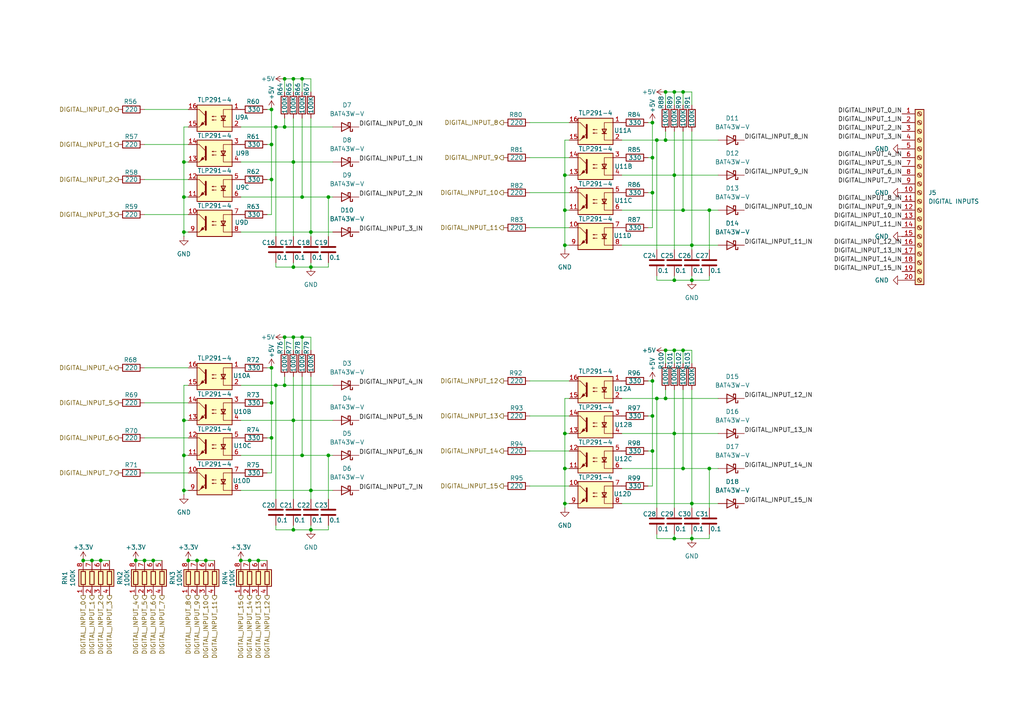
<source format=kicad_sch>
(kicad_sch (version 20231120) (generator "eeschema") (generator_version "8.0")
  (paper "A4")
  (junction (at 74.93 162.56))
  (junction (at 59.69 162.56))
  (junction (at 189.23 110.49))
  (junction (at 90.17 77.47))
  (junction (at 190.5 40.64))
  (junction (at 163.83 50.8))
  (junction (at 205.74 60.96))
  (junction (at 78.74 31.75))
  (junction (at 80.01 36.83))
  (junction (at 195.58 156.21))
  (junction (at 82.55 111.76))
  (junction (at 163.83 135.89))
  (junction (at 85.09 97.79))
  (junction (at 85.09 22.86))
  (junction (at 87.63 57.15))
  (junction (at 57.15 162.56))
  (junction (at 87.63 132.08))
  (junction (at 85.09 77.47))
  (junction (at 29.21 162.56))
  (junction (at 200.66 81.28))
  (junction (at 26.67 162.56))
  (junction (at 193.04 115.57))
  (junction (at 90.17 67.31))
  (junction (at 53.34 121.92))
  (junction (at 85.09 121.92))
  (junction (at 82.55 22.86))
  (junction (at 205.74 135.89))
  (junction (at 54.61 162.56))
  (junction (at 193.04 26.67))
  (junction (at 53.34 46.99))
  (junction (at 195.58 26.67))
  (junction (at 95.25 132.08))
  (junction (at 163.83 60.96))
  (junction (at 80.01 111.76))
  (junction (at 78.74 41.91))
  (junction (at 72.39 162.56))
  (junction (at 78.74 127))
  (junction (at 195.58 125.73))
  (junction (at 189.23 120.65))
  (junction (at 69.85 162.56))
  (junction (at 193.04 40.64))
  (junction (at 195.58 81.28))
  (junction (at 44.45 162.56))
  (junction (at 85.09 153.67))
  (junction (at 193.04 101.6))
  (junction (at 163.83 146.05))
  (junction (at 163.83 125.73))
  (junction (at 78.74 52.07))
  (junction (at 85.09 46.99))
  (junction (at 195.58 101.6))
  (junction (at 200.66 156.21))
  (junction (at 53.34 132.08))
  (junction (at 200.66 146.05))
  (junction (at 195.58 50.8))
  (junction (at 163.83 71.12))
  (junction (at 82.55 97.79))
  (junction (at 82.55 36.83))
  (junction (at 189.23 35.56))
  (junction (at 198.12 101.6))
  (junction (at 87.63 22.86))
  (junction (at 78.74 106.68))
  (junction (at 190.5 115.57))
  (junction (at 90.17 153.67))
  (junction (at 189.23 130.81))
  (junction (at 95.25 57.15))
  (junction (at 87.63 97.79))
  (junction (at 90.17 142.24))
  (junction (at 198.12 60.96))
  (junction (at 53.34 142.24))
  (junction (at 189.23 55.88))
  (junction (at 41.91 162.56))
  (junction (at 198.12 26.67))
  (junction (at 53.34 57.15))
  (junction (at 189.23 45.72))
  (junction (at 53.34 67.31))
  (junction (at 24.13 162.56))
  (junction (at 198.12 135.89))
  (junction (at 200.66 71.12))
  (junction (at 78.74 116.84))
  (junction (at 39.37 162.56))
  (wire (pts (xy 69.85 132.08) (xy 87.63 132.08)))
  (wire (pts (xy 82.55 36.83) (xy 96.52 36.83)))
  (wire (pts (xy 53.34 46.99) (xy 54.61 46.99)))
  (wire (pts (xy 163.83 146.05) (xy 163.83 147.32)))
  (wire (pts (xy 53.34 132.08) (xy 53.34 142.24)))
  (wire (pts (xy 26.67 162.56) (xy 29.21 162.56)))
  (wire (pts (xy 69.85 57.15) (xy 87.63 57.15)))
  (wire (pts (xy 87.63 22.86) (xy 87.63 26.67)))
  (wire (pts (xy 59.69 162.56) (xy 62.23 162.56)))
  (wire (pts (xy 165.1 146.05) (xy 163.83 146.05)))
  (wire (pts (xy 41.91 137.16) (xy 54.61 137.16)))
  (wire (pts (xy 190.5 115.57) (xy 193.04 115.57)))
  (wire (pts (xy 78.74 127) (xy 78.74 116.84)))
  (wire (pts (xy 195.58 81.28) (xy 200.66 81.28)))
  (wire (pts (xy 195.58 101.6) (xy 195.58 105.41)))
  (wire (pts (xy 69.85 121.92) (xy 85.09 121.92)))
  (wire (pts (xy 90.17 142.24) (xy 90.17 109.22)))
  (wire (pts (xy 77.47 52.07) (xy 78.74 52.07)))
  (wire (pts (xy 77.47 127) (xy 78.74 127)))
  (wire (pts (xy 153.67 140.97) (xy 165.1 140.97)))
  (wire (pts (xy 85.09 46.99) (xy 96.52 46.99)))
  (wire (pts (xy 80.01 111.76) (xy 80.01 144.78)))
  (wire (pts (xy 190.5 80.01) (xy 190.5 81.28)))
  (wire (pts (xy 77.47 62.23) (xy 78.74 62.23)))
  (wire (pts (xy 193.04 40.64) (xy 208.28 40.64)))
  (wire (pts (xy 53.34 142.24) (xy 53.34 143.51)))
  (wire (pts (xy 163.83 50.8) (xy 165.1 50.8)))
  (wire (pts (xy 205.74 60.96) (xy 205.74 72.39)))
  (wire (pts (xy 153.67 45.72) (xy 165.1 45.72)))
  (wire (pts (xy 82.55 101.6) (xy 82.55 97.79)))
  (wire (pts (xy 163.83 135.89) (xy 163.83 146.05)))
  (wire (pts (xy 187.96 140.97) (xy 189.23 140.97)))
  (wire (pts (xy 153.67 120.65) (xy 165.1 120.65)))
  (wire (pts (xy 200.66 71.12) (xy 200.66 38.1)))
  (wire (pts (xy 180.34 115.57) (xy 190.5 115.57)))
  (wire (pts (xy 195.58 50.8) (xy 195.58 38.1)))
  (wire (pts (xy 180.34 40.64) (xy 190.5 40.64)))
  (wire (pts (xy 163.83 125.73) (xy 165.1 125.73)))
  (wire (pts (xy 57.15 162.56) (xy 59.69 162.56)))
  (wire (pts (xy 69.85 142.24) (xy 90.17 142.24)))
  (wire (pts (xy 193.04 115.57) (xy 208.28 115.57)))
  (wire (pts (xy 53.34 121.92) (xy 53.34 132.08)))
  (wire (pts (xy 153.67 66.04) (xy 165.1 66.04)))
  (wire (pts (xy 180.34 125.73) (xy 195.58 125.73)))
  (wire (pts (xy 74.93 162.56) (xy 77.47 162.56)))
  (wire (pts (xy 85.09 121.92) (xy 96.52 121.92)))
  (wire (pts (xy 193.04 101.6) (xy 195.58 101.6)))
  (wire (pts (xy 153.67 35.56) (xy 165.1 35.56)))
  (wire (pts (xy 193.04 115.57) (xy 193.04 113.03)))
  (wire (pts (xy 95.25 57.15) (xy 96.52 57.15)))
  (wire (pts (xy 54.61 162.56) (xy 57.15 162.56)))
  (wire (pts (xy 53.34 57.15) (xy 53.34 67.31)))
  (wire (pts (xy 87.63 132.08) (xy 95.25 132.08)))
  (wire (pts (xy 77.47 106.68) (xy 78.74 106.68)))
  (wire (pts (xy 195.58 125.73) (xy 195.58 147.32)))
  (wire (pts (xy 69.85 67.31) (xy 90.17 67.31)))
  (wire (pts (xy 190.5 115.57) (xy 190.5 147.32)))
  (wire (pts (xy 187.96 45.72) (xy 189.23 45.72)))
  (wire (pts (xy 198.12 26.67) (xy 200.66 26.67)))
  (wire (pts (xy 54.61 111.76) (xy 53.34 111.76)))
  (wire (pts (xy 190.5 40.64) (xy 193.04 40.64)))
  (wire (pts (xy 198.12 135.89) (xy 198.12 113.03)))
  (wire (pts (xy 195.58 156.21) (xy 200.66 156.21)))
  (wire (pts (xy 189.23 45.72) (xy 189.23 35.56)))
  (wire (pts (xy 85.09 46.99) (xy 85.09 68.58)))
  (wire (pts (xy 90.17 76.2) (xy 90.17 77.47)))
  (wire (pts (xy 189.23 66.04) (xy 189.23 55.88)))
  (wire (pts (xy 189.23 120.65) (xy 189.23 110.49)))
  (wire (pts (xy 87.63 97.79) (xy 90.17 97.79)))
  (wire (pts (xy 163.83 40.64) (xy 163.83 50.8)))
  (wire (pts (xy 90.17 152.4) (xy 90.17 153.67)))
  (wire (pts (xy 180.34 71.12) (xy 200.66 71.12)))
  (wire (pts (xy 189.23 130.81) (xy 189.23 120.65)))
  (wire (pts (xy 80.01 111.76) (xy 82.55 111.76)))
  (wire (pts (xy 198.12 60.96) (xy 205.74 60.96)))
  (wire (pts (xy 90.17 142.24) (xy 90.17 144.78)))
  (wire (pts (xy 205.74 81.28) (xy 205.74 80.01)))
  (wire (pts (xy 41.91 52.07) (xy 54.61 52.07)))
  (wire (pts (xy 190.5 40.64) (xy 190.5 72.39)))
  (wire (pts (xy 54.61 142.24) (xy 53.34 142.24)))
  (wire (pts (xy 69.85 36.83) (xy 80.01 36.83)))
  (wire (pts (xy 90.17 77.47) (xy 95.25 77.47)))
  (wire (pts (xy 53.34 121.92) (xy 54.61 121.92)))
  (wire (pts (xy 53.34 132.08) (xy 54.61 132.08)))
  (wire (pts (xy 41.91 62.23) (xy 54.61 62.23)))
  (wire (pts (xy 53.34 57.15) (xy 54.61 57.15)))
  (wire (pts (xy 198.12 135.89) (xy 205.74 135.89)))
  (wire (pts (xy 195.58 125.73) (xy 208.28 125.73)))
  (wire (pts (xy 85.09 46.99) (xy 85.09 34.29)))
  (wire (pts (xy 41.91 116.84) (xy 54.61 116.84)))
  (wire (pts (xy 87.63 57.15) (xy 87.63 34.29)))
  (wire (pts (xy 195.58 80.01) (xy 195.58 81.28)))
  (wire (pts (xy 205.74 60.96) (xy 208.28 60.96)))
  (wire (pts (xy 190.5 154.94) (xy 190.5 156.21)))
  (wire (pts (xy 82.55 111.76) (xy 96.52 111.76)))
  (wire (pts (xy 53.34 36.83) (xy 53.34 46.99)))
  (wire (pts (xy 90.17 22.86) (xy 90.17 26.67)))
  (wire (pts (xy 165.1 71.12) (xy 163.83 71.12)))
  (wire (pts (xy 200.66 101.6) (xy 200.66 105.41)))
  (wire (pts (xy 41.91 106.68) (xy 54.61 106.68)))
  (wire (pts (xy 85.09 76.2) (xy 85.09 77.47)))
  (wire (pts (xy 195.58 26.67) (xy 198.12 26.67)))
  (wire (pts (xy 90.17 67.31) (xy 90.17 68.58)))
  (wire (pts (xy 78.74 52.07) (xy 78.74 41.91)))
  (wire (pts (xy 187.96 55.88) (xy 189.23 55.88)))
  (wire (pts (xy 85.09 121.92) (xy 85.09 109.22)))
  (wire (pts (xy 200.66 26.67) (xy 200.66 30.48)))
  (wire (pts (xy 180.34 60.96) (xy 198.12 60.96)))
  (wire (pts (xy 80.01 152.4) (xy 80.01 153.67)))
  (wire (pts (xy 85.09 77.47) (xy 90.17 77.47)))
  (wire (pts (xy 69.85 111.76) (xy 80.01 111.76)))
  (wire (pts (xy 193.04 40.64) (xy 193.04 38.1)))
  (wire (pts (xy 69.85 162.56) (xy 72.39 162.56)))
  (wire (pts (xy 90.17 142.24) (xy 96.52 142.24)))
  (wire (pts (xy 180.34 135.89) (xy 198.12 135.89)))
  (wire (pts (xy 190.5 156.21) (xy 195.58 156.21)))
  (wire (pts (xy 53.34 46.99) (xy 53.34 57.15)))
  (wire (pts (xy 198.12 60.96) (xy 198.12 38.1)))
  (wire (pts (xy 200.66 146.05) (xy 208.28 146.05)))
  (wire (pts (xy 82.55 111.76) (xy 82.55 109.22)))
  (wire (pts (xy 80.01 36.83) (xy 82.55 36.83)))
  (wire (pts (xy 53.34 67.31) (xy 53.34 68.58)))
  (wire (pts (xy 85.09 153.67) (xy 90.17 153.67)))
  (wire (pts (xy 163.83 135.89) (xy 165.1 135.89)))
  (wire (pts (xy 82.55 26.67) (xy 82.55 22.86)))
  (wire (pts (xy 189.23 55.88) (xy 189.23 45.72)))
  (wire (pts (xy 200.66 71.12) (xy 208.28 71.12)))
  (wire (pts (xy 163.83 115.57) (xy 163.83 125.73)))
  (wire (pts (xy 87.63 57.15) (xy 95.25 57.15)))
  (wire (pts (xy 165.1 40.64) (xy 163.83 40.64)))
  (wire (pts (xy 195.58 50.8) (xy 208.28 50.8)))
  (wire (pts (xy 82.55 36.83) (xy 82.55 34.29)))
  (wire (pts (xy 85.09 152.4) (xy 85.09 153.67)))
  (wire (pts (xy 85.09 97.79) (xy 85.09 101.6)))
  (wire (pts (xy 187.96 130.81) (xy 189.23 130.81)))
  (wire (pts (xy 41.91 41.91) (xy 54.61 41.91)))
  (wire (pts (xy 24.13 162.56) (xy 26.67 162.56)))
  (wire (pts (xy 41.91 31.75) (xy 54.61 31.75)))
  (wire (pts (xy 95.25 132.08) (xy 95.25 144.78)))
  (wire (pts (xy 193.04 30.48) (xy 193.04 26.67)))
  (wire (pts (xy 80.01 36.83) (xy 80.01 68.58)))
  (wire (pts (xy 29.21 162.56) (xy 31.75 162.56)))
  (wire (pts (xy 69.85 46.99) (xy 85.09 46.99)))
  (wire (pts (xy 87.63 132.08) (xy 87.63 109.22)))
  (wire (pts (xy 189.23 140.97) (xy 189.23 130.81)))
  (wire (pts (xy 187.96 110.49) (xy 189.23 110.49)))
  (wire (pts (xy 200.66 154.94) (xy 200.66 156.21)))
  (wire (pts (xy 180.34 146.05) (xy 200.66 146.05)))
  (wire (pts (xy 95.25 57.15) (xy 95.25 68.58)))
  (wire (pts (xy 54.61 67.31) (xy 53.34 67.31)))
  (wire (pts (xy 200.66 146.05) (xy 200.66 147.32)))
  (wire (pts (xy 195.58 101.6) (xy 198.12 101.6)))
  (wire (pts (xy 163.83 125.73) (xy 163.83 135.89)))
  (wire (pts (xy 39.37 162.56) (xy 41.91 162.56)))
  (wire (pts (xy 85.09 22.86) (xy 87.63 22.86)))
  (wire (pts (xy 95.25 77.47) (xy 95.25 76.2)))
  (wire (pts (xy 187.96 120.65) (xy 189.23 120.65)))
  (wire (pts (xy 195.58 125.73) (xy 195.58 113.03)))
  (wire (pts (xy 153.67 110.49) (xy 165.1 110.49)))
  (wire (pts (xy 198.12 101.6) (xy 200.66 101.6)))
  (wire (pts (xy 205.74 156.21) (xy 205.74 154.94)))
  (wire (pts (xy 180.34 50.8) (xy 195.58 50.8)))
  (wire (pts (xy 195.58 50.8) (xy 195.58 72.39)))
  (wire (pts (xy 80.01 76.2) (xy 80.01 77.47)))
  (wire (pts (xy 195.58 154.94) (xy 195.58 156.21)))
  (wire (pts (xy 77.47 116.84) (xy 78.74 116.84)))
  (wire (pts (xy 41.91 162.56) (xy 44.45 162.56)))
  (wire (pts (xy 90.17 67.31) (xy 96.52 67.31)))
  (wire (pts (xy 80.01 153.67) (xy 85.09 153.67)))
  (wire (pts (xy 87.63 22.86) (xy 90.17 22.86)))
  (wire (pts (xy 80.01 77.47) (xy 85.09 77.47)))
  (wire (pts (xy 163.83 50.8) (xy 163.83 60.96)))
  (wire (pts (xy 90.17 67.31) (xy 90.17 34.29)))
  (wire (pts (xy 200.66 146.05) (xy 200.66 113.03)))
  (wire (pts (xy 54.61 36.83) (xy 53.34 36.83)))
  (wire (pts (xy 78.74 116.84) (xy 78.74 106.68)))
  (wire (pts (xy 190.5 81.28) (xy 195.58 81.28)))
  (wire (pts (xy 163.83 71.12) (xy 163.83 72.39)))
  (wire (pts (xy 90.17 97.79) (xy 90.17 101.6)))
  (wire (pts (xy 85.09 97.79) (xy 87.63 97.79)))
  (wire (pts (xy 41.91 127) (xy 54.61 127)))
  (wire (pts (xy 90.17 153.67) (xy 95.25 153.67)))
  (wire (pts (xy 53.34 111.76) (xy 53.34 121.92)))
  (wire (pts (xy 163.83 60.96) (xy 165.1 60.96)))
  (wire (pts (xy 205.74 135.89) (xy 208.28 135.89)))
  (wire (pts (xy 153.67 130.81) (xy 165.1 130.81)))
  (wire (pts (xy 195.58 26.67) (xy 195.58 30.48)))
  (wire (pts (xy 77.47 41.91) (xy 78.74 41.91)))
  (wire (pts (xy 200.66 80.01) (xy 200.66 81.28)))
  (wire (pts (xy 78.74 41.91) (xy 78.74 31.75)))
  (wire (pts (xy 87.63 97.79) (xy 87.63 101.6)))
  (wire (pts (xy 200.66 156.21) (xy 205.74 156.21)))
  (wire (pts (xy 95.25 132.08) (xy 96.52 132.08)))
  (wire (pts (xy 205.74 135.89) (xy 205.74 147.32)))
  (wire (pts (xy 82.55 22.86) (xy 85.09 22.86)))
  (wire (pts (xy 165.1 115.57) (xy 163.83 115.57)))
  (wire (pts (xy 44.45 162.56) (xy 46.99 162.56)))
  (wire (pts (xy 95.25 153.67) (xy 95.25 152.4)))
  (wire (pts (xy 200.66 81.28) (xy 205.74 81.28)))
  (wire (pts (xy 78.74 137.16) (xy 78.74 127)))
  (wire (pts (xy 153.67 55.88) (xy 165.1 55.88)))
  (wire (pts (xy 198.12 101.6) (xy 198.12 105.41)))
  (wire (pts (xy 77.47 137.16) (xy 78.74 137.16)))
  (wire (pts (xy 82.55 97.79) (xy 85.09 97.79)))
  (wire (pts (xy 85.09 121.92) (xy 85.09 144.78)))
  (wire (pts (xy 72.39 162.56) (xy 74.93 162.56)))
  (wire (pts (xy 193.04 105.41) (xy 193.04 101.6)))
  (wire (pts (xy 198.12 26.67) (xy 198.12 30.48)))
  (wire (pts (xy 78.74 62.23) (xy 78.74 52.07)))
  (wire (pts (xy 200.66 71.12) (xy 200.66 72.39)))
  (wire (pts (xy 77.47 31.75) (xy 78.74 31.75)))
  (wire (pts (xy 163.83 60.96) (xy 163.83 71.12)))
  (wire (pts (xy 187.96 66.04) (xy 189.23 66.04)))
  (wire (pts (xy 187.96 35.56) (xy 189.23 35.56)))
  (wire (pts (xy 193.04 26.67) (xy 195.58 26.67)))
  (wire (pts (xy 85.09 22.86) (xy 85.09 26.67)))
  (label "DIGITAL_INPUT_8_IN" (at 261.62 58.42 180))
  (label "DIGITAL_INPUT_1_IN" (at 261.62 35.56 180))
  (label "DIGITAL_INPUT_7_IN" (at 104.14 142.24 0))
  (label "DIGITAL_INPUT_10_IN" (at 261.62 63.5 180))
  (label "DIGITAL_INPUT_4_IN" (at 261.62 45.72 180))
  (label "DIGITAL_INPUT_14_IN" (at 261.62 76.2 180))
  (label "DIGITAL_INPUT_2_IN" (at 261.62 38.1 180))
  (label "DIGITAL_INPUT_15_IN" (at 261.62 78.74 180))
  (label "DIGITAL_INPUT_3_IN" (at 261.62 40.64 180))
  (label "DIGITAL_INPUT_8_IN" (at 215.9 40.64 0))
  (label "DIGITAL_INPUT_5_IN" (at 104.14 121.92 0))
  (label "DIGITAL_INPUT_2_IN" (at 104.14 57.15 0))
  (label "DIGITAL_INPUT_4_IN" (at 104.14 111.76 0))
  (label "DIGITAL_INPUT_0_IN" (at 261.62 33.02 180))
  (label "DIGITAL_INPUT_14_IN" (at 215.9 135.89 0))
  (label "DIGITAL_INPUT_7_IN" (at 261.62 53.34 180))
  (label "DIGITAL_INPUT_1_IN" (at 104.14 46.99 0))
  (label "DIGITAL_INPUT_13_IN" (at 261.62 73.66 180))
  (label "DIGITAL_INPUT_9_IN" (at 215.9 50.8 0))
  (label "DIGITAL_INPUT_11_IN" (at 261.62 66.04 180))
  (label "DIGITAL_INPUT_11_IN" (at 215.9 71.12 0))
  (label "DIGITAL_INPUT_6_IN" (at 104.14 132.08 0))
  (label "DIGITAL_INPUT_12_IN" (at 261.62 71.12 180))
  (label "DIGITAL_INPUT_6_IN" (at 261.62 50.8 180))
  (label "DIGITAL_INPUT_0_IN" (at 104.14 36.83 0))
  (label "DIGITAL_INPUT_12_IN" (at 215.9 115.57 0))
  (label "DIGITAL_INPUT_15_IN" (at 215.9 146.05 0))
  (label "DIGITAL_INPUT_9_IN" (at 261.62 60.96 180))
  (label "DIGITAL_INPUT_13_IN" (at 215.9 125.73 0))
  (label "DIGITAL_INPUT_3_IN" (at 104.14 67.31 0))
  (label "DIGITAL_INPUT_10_IN" (at 215.9 60.96 0))
  (label "DIGITAL_INPUT_5_IN" (at 261.62 48.26 180))
  (hierarchical_label "DIGITAL_INPUT_9" (shape output) (at 146.05 45.72 180))
  (hierarchical_label "DIGITAL_INPUT_8" (shape output) (at 54.61 172.72 270))
  (hierarchical_label "DIGITAL_INPUT_3" (shape output) (at 31.75 172.72 270))
  (hierarchical_label "DIGITAL_INPUT_10" (shape output) (at 146.05 55.88 180))
  (hierarchical_label "DIGITAL_INPUT_11" (shape output) (at 62.23 172.72 270))
  (hierarchical_label "DIGITAL_INPUT_14" (shape output) (at 146.05 130.81 180))
  (hierarchical_label "DIGITAL_INPUT_13" (shape output) (at 74.93 172.72 270))
  (hierarchical_label "DIGITAL_INPUT_6" (shape output) (at 34.29 127 180))
  (hierarchical_label "DIGITAL_INPUT_7" (shape output) (at 34.29 137.16 180))
  (hierarchical_label "DIGITAL_INPUT_5" (shape output) (at 41.91 172.72 270))
  (hierarchical_label "DIGITAL_INPUT_5" (shape output) (at 34.29 116.84 180))
  (hierarchical_label "DIGITAL_INPUT_15" (shape output) (at 69.85 172.72 270))
  (hierarchical_label "DIGITAL_INPUT_3" (shape output) (at 34.29 62.23 180))
  (hierarchical_label "DIGITAL_INPUT_9" (shape output) (at 57.15 172.72 270))
  (hierarchical_label "DIGITAL_INPUT_1" (shape output) (at 34.29 41.91 180))
  (hierarchical_label "DIGITAL_INPUT_7" (shape output) (at 46.99 172.72 270))
  (hierarchical_label "DIGITAL_INPUT_2" (shape output) (at 29.21 172.72 270))
  (hierarchical_label "DIGITAL_INPUT_0" (shape output) (at 24.13 172.72 270))
  (hierarchical_label "DIGITAL_INPUT_4" (shape output) (at 34.29 106.68 180))
  (hierarchical_label "DIGITAL_INPUT_14" (shape output) (at 72.39 172.72 270))
  (hierarchical_label "DIGITAL_INPUT_13" (shape output) (at 146.05 120.65 180))
  (hierarchical_label "DIGITAL_INPUT_11" (shape output) (at 146.05 66.04 180))
  (hierarchical_label "DIGITAL_INPUT_1" (shape output) (at 26.67 172.72 270))
  (hierarchical_label "DIGITAL_INPUT_15" (shape output) (at 146.05 140.97 180))
  (hierarchical_label "DIGITAL_INPUT_12" (shape output) (at 146.05 110.49 180))
  (hierarchical_label "DIGITAL_INPUT_12" (shape output) (at 77.47 172.72 270))
  (hierarchical_label "DIGITAL_INPUT_8" (shape output) (at 146.05 35.56 180))
  (hierarchical_label "DIGITAL_INPUT_10" (shape output) (at 59.69 172.72 270))
  (hierarchical_label "DIGITAL_INPUT_6" (shape output) (at 44.45 172.72 270))
  (hierarchical_label "DIGITAL_INPUT_4" (shape output) (at 39.37 172.72 270))
  (hierarchical_label "DIGITAL_INPUT_2" (shape output) (at 34.29 52.07 180))
  (hierarchical_label "DIGITAL_INPUT_0" (shape output) (at 34.29 31.75 180))
  (symbol (lib_id "Diode:BAT43W-V") (at 212.09 135.89 180) (unit 1)
    (property "Reference" "D17" (at 212.4075 129.54 0))
    (property "Value" "BAT43W-V" (at 212.4075 132.08 0))
    (property "Footprint" "Diode_SMD:D_SOD-323" (effects (hide yes)))
    (property "Datasheet" "http://www.vishay.com/docs/85660/bat42.pdf" (effects (hide yes)))
    (property "Description" "30V 0.2A Small Signal Schottky diode, SOD-123" (effects (hide yes)))
  )
  (symbol (lib_id "power:+3.3V") (at 39.37 162.56 0) (unit 1)
    (property "Reference" "#PWR086" (effects (hide yes)))
    (property "Value" "+3.3V" (at 39.37 158.75 0))
    (property "Description" "Power symbol creates a global label with name \"+3.3V\"" (effects (hide yes)))
  )
  (symbol (lib_id "Device:R") (at 38.1 127 90) (unit 1)
    (property "Reference" "R70" (at 38.1 124.968 90))
    (property "Value" "220" (at 38.1 127 90))
    (property "Footprint" "Resistor_SMD:R_0603_1608Metric" (effects (hide yes)))
    (property "Description" "Resistor" (effects (hide yes)))
  )
  (symbol (lib_id "Device:R") (at 73.66 41.91 90) (unit 1)
    (property "Reference" "R61" (at 73.406 39.624 90))
    (property "Value" "330" (at 73.66 41.91 90))
    (property "Footprint" "Resistor_SMD:R_0603_1608Metric" (effects (hide yes)))
    (property "Description" "Resistor" (effects (hide yes)))
  )
  (symbol (lib_id "Isolator:TLP291-4") (at 172.72 113.03 0) (mirror y) (unit 1)
    (property "Reference" "U12" (at 180.594 112.776 0))
    (property "Value" "TLP291-4" (at 172.72 107.696 0))
    (property "Footprint" "Package_SO:SOIC-16_4.55x10.3mm_P1.27mm" (effects (hide yes)))
    (property "Datasheet" "https://toshiba.semicon-storage.com/info/docget.jsp?did=12858&prodName=TLP291-4" (effects (hide yes)))
    (property "Description" "Quad DC Optocoupler, Vce 80V, CTR 50-100%, SOP16" (effects (hide yes)))
  )
  (symbol (lib_id "Device:C") (at 80.01 72.39 0) (unit 1)
    (property "Reference" "C16" (at 75.946 70.358 0) (effects (justify left)))
    (property "Value" "0.1" (at 80.264 74.676 0) (effects (justify left)))
    (property "Footprint" "Capacitor_SMD:C_0603_1608Metric" (effects (hide yes)))
    (property "Description" "Unpolarized capacitor" (effects (hide yes)))
  )
  (symbol (lib_id "Diode:BAT43W-V") (at 212.09 125.73 180) (unit 1)
    (property "Reference" "D16" (at 212.4075 119.38 0))
    (property "Value" "BAT43W-V" (at 212.4075 121.92 0))
    (property "Footprint" "Diode_SMD:D_SOD-323" (effects (hide yes)))
    (property "Datasheet" "http://www.vishay.com/docs/85660/bat42.pdf" (effects (hide yes)))
    (property "Description" "30V 0.2A Small Signal Schottky diode, SOD-123" (effects (hide yes)))
  )
  (symbol (lib_id "Device:R_Pack04") (at 44.45 167.64 0) (unit 1)
    (property "Reference" "RN2" (at 34.798 169.672 90) (effects (justify left)))
    (property "Value" "100K" (at 36.83 170.18 90) (effects (justify left)))
    (property "Footprint" "Resistor_SMD:R_Array_Convex_4x0603" (effects (hide yes)))
    (property "Description" "4 resistor network, parallel topology" (effects (hide yes)))
  )
  (symbol (lib_id "Device:R") (at 87.63 105.41 180) (unit 1)
    (property "Reference" "R78" (at 86.36 100.838 90))
    (property "Value" "100K" (at 87.63 105.41 90))
    (property "Footprint" "Resistor_SMD:R_0603_1608Metric" (effects (hide yes)))
    (property "Description" "Resistor" (effects (hide yes)))
  )
  (symbol (lib_id "Isolator:TLP291-4") (at 62.23 109.22 0) (mirror y) (unit 1)
    (property "Reference" "U10" (at 70.104 108.966 0))
    (property "Value" "TLP291-4" (at 62.23 103.886 0))
    (property "Footprint" "Package_SO:SOIC-16_4.55x10.3mm_P1.27mm" (effects (hide yes)))
    (property "Datasheet" "https://toshiba.semicon-storage.com/info/docget.jsp?did=12858&prodName=TLP291-4" (effects (hide yes)))
    (property "Description" "Quad DC Optocoupler, Vce 80V, CTR 50-100%, SOP16" (effects (hide yes)))
  )
  (symbol (lib_id "Device:R") (at 85.09 105.41 180) (unit 1)
    (property "Reference" "R77" (at 83.82 100.838 90))
    (property "Value" "100K" (at 85.09 105.41 90))
    (property "Footprint" "Resistor_SMD:R_0603_1608Metric" (effects (hide yes)))
    (property "Description" "Resistor" (effects (hide yes)))
  )
  (symbol (lib_id "power:GND") (at 53.34 143.51 0) (unit 1)
    (property "Reference" "#PWR051" (effects (hide yes)))
    (property "Value" "GND" (at 53.34 148.59 0))
    (property "Description" "Power symbol creates a global label with name \"GND\" , ground" (effects (hide yes)))
  )
  (symbol (lib_id "Device:C") (at 90.17 148.59 0) (unit 1)
    (property "Reference" "C22" (at 86.106 146.558 0) (effects (justify left)))
    (property "Value" "0.1" (at 90.424 150.876 0) (effects (justify left)))
    (property "Footprint" "Capacitor_SMD:C_0603_1608Metric" (effects (hide yes)))
    (property "Description" "Unpolarized capacitor" (effects (hide yes)))
  )
  (symbol (lib_id "Isolator:TLP291-4") (at 62.23 54.61 0) (mirror y) (unit 3)
    (property "Reference" "U9" (at 70.358 54.356 0))
    (property "Value" "TLP291-4" (at 62.23 49.53 0))
    (property "Footprint" "Package_SO:SOIC-16_4.55x10.3mm_P1.27mm" (effects (hide yes)))
    (property "Datasheet" "https://toshiba.semicon-storage.com/info/docget.jsp?did=12858&prodName=TLP291-4" (effects (hide yes)))
    (property "Description" "Quad DC Optocoupler, Vce 80V, CTR 50-100%, SOP16" (effects (hide yes)))
  )
  (symbol (lib_id "Device:R_Pack04") (at 74.93 167.64 0) (unit 1)
    (property "Reference" "RN4" (at 65.278 169.672 90) (effects (justify left)))
    (property "Value" "100K" (at 67.31 170.18 90) (effects (justify left)))
    (property "Footprint" "Resistor_SMD:R_Array_Convex_4x0603" (effects (hide yes)))
    (property "Description" "4 resistor network, parallel topology" (effects (hide yes)))
  )
  (symbol (lib_id "power:+5V") (at 193.04 101.6 90) (unit 1)
    (property "Reference" "#PWR061" (effects (hide yes)))
    (property "Value" "+5V" (at 188.214 101.6 90))
    (property "Description" "Power symbol creates a global label with name \"+5V\"" (effects (hide yes)))
  )
  (symbol (lib_id "Diode:BAT43W-V") (at 100.33 132.08 180) (unit 1)
    (property "Reference" "D5" (at 100.6475 125.73 0))
    (property "Value" "BAT43W-V" (at 100.6475 128.27 0))
    (property "Footprint" "Diode_SMD:D_SOD-323" (effects (hide yes)))
    (property "Datasheet" "http://www.vishay.com/docs/85660/bat42.pdf" (effects (hide yes)))
    (property "Description" "30V 0.2A Small Signal Schottky diode, SOD-123" (effects (hide yes)))
  )
  (symbol (lib_id "power:GND") (at 200.66 81.28 0) (unit 1)
    (property "Reference" "#PWR058" (effects (hide yes)))
    (property "Value" "GND" (at 200.66 86.36 0))
    (property "Description" "Power symbol creates a global label with name \"GND\" , ground" (effects (hide yes)))
  )
  (symbol (lib_id "Device:R") (at 90.17 105.41 180) (unit 1)
    (property "Reference" "R79" (at 88.9 100.838 90))
    (property "Value" "100K" (at 90.17 105.41 90))
    (property "Footprint" "Resistor_SMD:R_0603_1608Metric" (effects (hide yes)))
    (property "Description" "Resistor" (effects (hide yes)))
  )
  (symbol (lib_id "Diode:BAT43W-V") (at 212.09 115.57 180) (unit 1)
    (property "Reference" "D15" (at 212.4075 109.22 0))
    (property "Value" "BAT43W-V" (at 212.4075 111.76 0))
    (property "Footprint" "Diode_SMD:D_SOD-323" (effects (hide yes)))
    (property "Datasheet" "http://www.vishay.com/docs/85660/bat42.pdf" (effects (hide yes)))
    (property "Description" "30V 0.2A Small Signal Schottky diode, SOD-123" (effects (hide yes)))
  )
  (symbol (lib_id "Device:R") (at 38.1 52.07 90) (unit 1)
    (property "Reference" "R58" (at 38.1 50.038 90))
    (property "Value" "220" (at 38.1 52.07 90))
    (property "Footprint" "Resistor_SMD:R_0603_1608Metric" (effects (hide yes)))
    (property "Description" "Resistor" (effects (hide yes)))
  )
  (symbol (lib_id "Device:C") (at 195.58 76.2 0) (unit 1)
    (property "Reference" "C25" (at 191.516 74.168 0) (effects (justify left)))
    (property "Value" "0.1" (at 195.834 78.486 0) (effects (justify left)))
    (property "Footprint" "Capacitor_SMD:C_0603_1608Metric" (effects (hide yes)))
    (property "Description" "Unpolarized capacitor" (effects (hide yes)))
  )
  (symbol (lib_id "power:GND") (at 200.66 156.21 0) (unit 1)
    (property "Reference" "#PWR062" (effects (hide yes)))
    (property "Value" "GND" (at 200.66 161.29 0))
    (property "Description" "Power symbol creates a global label with name \"GND\" , ground" (effects (hide yes)))
  )
  (symbol (lib_id "Isolator:TLP291-4") (at 172.72 133.35 0) (mirror y) (unit 3)
    (property "Reference" "U12" (at 180.848 133.096 0))
    (property "Value" "TLP291-4" (at 172.72 128.27 0))
    (property "Footprint" "Package_SO:SOIC-16_4.55x10.3mm_P1.27mm" (effects (hide yes)))
    (property "Datasheet" "https://toshiba.semicon-storage.com/info/docget.jsp?did=12858&prodName=TLP291-4" (effects (hide yes)))
    (property "Description" "Quad DC Optocoupler, Vce 80V, CTR 50-100%, SOP16" (effects (hide yes)))
  )
  (symbol (lib_id "Device:R") (at 149.86 45.72 90) (unit 1)
    (property "Reference" "R81" (at 149.86 43.434 90))
    (property "Value" "220" (at 149.86 45.72 90))
    (property "Footprint" "Resistor_SMD:R_0603_1608Metric" (effects (hide yes)))
    (property "Description" "Resistor" (effects (hide yes)))
  )
  (symbol (lib_id "Device:R") (at 90.17 30.48 180) (unit 1)
    (property "Reference" "R67" (at 88.9 25.908 90))
    (property "Value" "100K" (at 90.17 30.48 90))
    (property "Footprint" "Resistor_SMD:R_0603_1608Metric" (effects (hide yes)))
    (property "Description" "Resistor" (effects (hide yes)))
  )
  (symbol (lib_id "Diode:BAT43W-V") (at 100.33 121.92 180) (unit 1)
    (property "Reference" "D4" (at 100.6475 115.57 0))
    (property "Value" "BAT43W-V" (at 100.6475 118.11 0))
    (property "Footprint" "Diode_SMD:D_SOD-323" (effects (hide yes)))
    (property "Datasheet" "http://www.vishay.com/docs/85660/bat42.pdf" (effects (hide yes)))
    (property "Description" "30V 0.2A Small Signal Schottky diode, SOD-123" (effects (hide yes)))
  )
  (symbol (lib_id "Diode:BAT43W-V") (at 100.33 57.15 180) (unit 1)
    (property "Reference" "D9" (at 100.6475 50.8 0))
    (property "Value" "BAT43W-V" (at 100.6475 53.34 0))
    (property "Footprint" "Diode_SMD:D_SOD-323" (effects (hide yes)))
    (property "Datasheet" "http://www.vishay.com/docs/85660/bat42.pdf" (effects (hide yes)))
    (property "Description" "30V 0.2A Small Signal Schottky diode, SOD-123" (effects (hide yes)))
  )
  (symbol (lib_id "Device:R") (at 195.58 109.22 180) (unit 1)
    (property "Reference" "R101" (at 194.31 104.648 90))
    (property "Value" "100K" (at 195.58 109.22 90))
    (property "Footprint" "Resistor_SMD:R_0603_1608Metric" (effects (hide yes)))
    (property "Description" "Resistor" (effects (hide yes)))
  )
  (symbol (lib_id "power:GND") (at 261.62 43.18 270) (unit 1)
    (property "Reference" "#PWR066" (effects (hide yes)))
    (property "Value" "GND" (at 257.81 43.1799 90) (effects (justify right)))
    (property "Description" "Power symbol creates a global label with name \"GND\" , ground" (effects (hide yes)))
  )
  (symbol (lib_id "Device:C") (at 85.09 72.39 0) (unit 1)
    (property "Reference" "C17" (at 81.026 70.358 0) (effects (justify left)))
    (property "Value" "0.1" (at 85.344 74.676 0) (effects (justify left)))
    (property "Footprint" "Capacitor_SMD:C_0603_1608Metric" (effects (hide yes)))
    (property "Description" "Unpolarized capacitor" (effects (hide yes)))
  )
  (symbol (lib_id "Device:R") (at 73.66 127 90) (unit 1)
    (property "Reference" "R74" (at 73.406 124.714 90))
    (property "Value" "330" (at 73.66 127 90))
    (property "Footprint" "Resistor_SMD:R_0603_1608Metric" (effects (hide yes)))
    (property "Description" "Resistor" (effects (hide yes)))
  )
  (symbol (lib_id "Device:C") (at 80.01 148.59 0) (unit 1)
    (property "Reference" "C20" (at 75.946 146.558 0) (effects (justify left)))
    (property "Value" "0.1" (at 80.264 150.876 0) (effects (justify left)))
    (property "Footprint" "Capacitor_SMD:C_0603_1608Metric" (effects (hide yes)))
    (property "Description" "Unpolarized capacitor" (effects (hide yes)))
  )
  (symbol (lib_id "Diode:BAT43W-V") (at 212.09 60.96 180) (unit 1)
    (property "Reference" "D13" (at 212.4075 54.61 0))
    (property "Value" "BAT43W-V" (at 212.4075 57.15 0))
    (property "Footprint" "Diode_SMD:D_SOD-323" (effects (hide yes)))
    (property "Datasheet" "http://www.vishay.com/docs/85660/bat42.pdf" (effects (hide yes)))
    (property "Description" "30V 0.2A Small Signal Schottky diode, SOD-123" (effects (hide yes)))
  )
  (symbol (lib_id "Isolator:TLP291-4") (at 62.23 129.54 0) (mirror y) (unit 3)
    (property "Reference" "U10" (at 70.358 129.286 0))
    (property "Value" "TLP291-4" (at 62.23 124.46 0))
    (property "Footprint" "Package_SO:SOIC-16_4.55x10.3mm_P1.27mm" (effects (hide yes)))
    (property "Datasheet" "https://toshiba.semicon-storage.com/info/docget.jsp?did=12858&prodName=TLP291-4" (effects (hide yes)))
    (property "Description" "Quad DC Optocoupler, Vce 80V, CTR 50-100%, SOP16" (effects (hide yes)))
  )
  (symbol (lib_id "power:+5V") (at 193.04 26.67 90) (unit 1)
    (property "Reference" "#PWR057" (effects (hide yes)))
    (property "Value" "+5V" (at 188.214 26.67 90))
    (property "Description" "Power symbol creates a global label with name \"+5V\"" (effects (hide yes)))
  )
  (symbol (lib_id "Isolator:TLP291-4") (at 172.72 143.51 0) (mirror y) (unit 4)
    (property "Reference" "U12" (at 180.594 143.256 0))
    (property "Value" "TLP291-4" (at 172.72 138.43 0))
    (property "Footprint" "Package_SO:SOIC-16_4.55x10.3mm_P1.27mm" (effects (hide yes)))
    (property "Datasheet" "https://toshiba.semicon-storage.com/info/docget.jsp?did=12858&prodName=TLP291-4" (effects (hide yes)))
    (property "Description" "Quad DC Optocoupler, Vce 80V, CTR 50-100%, SOP16" (effects (hide yes)))
  )
  (symbol (lib_id "Device:R") (at 73.66 52.07 90) (unit 1)
    (property "Reference" "R62" (at 73.406 49.784 90))
    (property "Value" "330" (at 73.66 52.07 90))
    (property "Footprint" "Resistor_SMD:R_0603_1608Metric" (effects (hide yes)))
    (property "Description" "Resistor" (effects (hide yes)))
  )
  (symbol (lib_id "Device:R") (at 82.55 105.41 180) (unit 1)
    (property "Reference" "R76" (at 81.28 100.838 90))
    (property "Value" "100K" (at 82.55 105.41 90))
    (property "Footprint" "Resistor_SMD:R_0603_1608Metric" (effects (hide yes)))
    (property "Description" "Resistor" (effects (hide yes)))
  )
  (symbol (lib_id "Device:C") (at 95.25 148.59 0) (unit 1)
    (property "Reference" "C23" (at 91.186 146.558 0) (effects (justify left)))
    (property "Value" "0.1" (at 95.504 150.876 0) (effects (justify left)))
    (property "Footprint" "Capacitor_SMD:C_0603_1608Metric" (effects (hide yes)))
    (property "Description" "Unpolarized capacitor" (effects (hide yes)))
  )
  (symbol (lib_id "Diode:BAT43W-V") (at 100.33 36.83 180) (unit 1)
    (property "Reference" "D7" (at 100.6475 30.48 0))
    (property "Value" "BAT43W-V" (at 100.6475 33.02 0))
    (property "Footprint" "Diode_SMD:D_SOD-323" (effects (hide yes)))
    (property "Datasheet" "http://www.vishay.com/docs/85660/bat42.pdf" (effects (hide yes)))
    (property "Description" "30V 0.2A Small Signal Schottky diode, SOD-123" (effects (hide yes)))
  )
  (symbol (lib_id "Device:R") (at 73.66 31.75 90) (unit 1)
    (property "Reference" "R60" (at 73.406 29.464 90))
    (property "Value" "330" (at 73.66 31.75 90))
    (property "Footprint" "Resistor_SMD:R_0603_1608Metric" (effects (hide yes)))
    (property "Description" "Resistor" (effects (hide yes)))
  )
  (symbol (lib_id "Device:R") (at 200.66 109.22 180) (unit 1)
    (property "Reference" "R103" (at 199.39 104.648 90))
    (property "Value" "100K" (at 200.66 109.22 90))
    (property "Footprint" "Resistor_SMD:R_0603_1608Metric" (effects (hide yes)))
    (property "Description" "Resistor" (effects (hide yes)))
  )
  (symbol (lib_id "Device:R") (at 73.66 106.68 90) (unit 1)
    (property "Reference" "R72" (at 73.406 104.394 90))
    (property "Value" "330" (at 73.66 106.68 90))
    (property "Footprint" "Resistor_SMD:R_0603_1608Metric" (effects (hide yes)))
    (property "Description" "Resistor" (effects (hide yes)))
  )
  (symbol (lib_id "Isolator:TLP291-4") (at 172.72 68.58 0) (mirror y) (unit 4)
    (property "Reference" "U11" (at 180.594 68.326 0))
    (property "Value" "TLP291-4" (at 172.72 63.5 0))
    (property "Footprint" "Package_SO:SOIC-16_4.55x10.3mm_P1.27mm" (effects (hide yes)))
    (property "Datasheet" "https://toshiba.semicon-storage.com/info/docget.jsp?did=12858&prodName=TLP291-4" (effects (hide yes)))
    (property "Description" "Quad DC Optocoupler, Vce 80V, CTR 50-100%, SOP16" (effects (hide yes)))
  )
  (symbol (lib_id "Isolator:TLP291-4") (at 172.72 58.42 0) (mirror y) (unit 3)
    (property "Reference" "U11" (at 180.848 58.166 0))
    (property "Value" "TLP291-4" (at 172.72 53.34 0))
    (property "Footprint" "Package_SO:SOIC-16_4.55x10.3mm_P1.27mm" (effects (hide yes)))
    (property "Datasheet" "https://toshiba.semicon-storage.com/info/docget.jsp?did=12858&prodName=TLP291-4" (effects (hide yes)))
    (property "Description" "Quad DC Optocoupler, Vce 80V, CTR 50-100%, SOP16" (effects (hide yes)))
  )
  (symbol (lib_id "Device:R") (at 184.15 35.56 90) (unit 1)
    (property "Reference" "R84" (at 183.896 33.274 90))
    (property "Value" "330" (at 184.15 35.56 90))
    (property "Footprint" "Resistor_SMD:R_0603_1608Metric" (effects (hide yes)))
    (property "Description" "Resistor" (effects (hide yes)))
  )
  (symbol (lib_id "Isolator:TLP291-4") (at 172.72 38.1 0) (mirror y) (unit 1)
    (property "Reference" "U11" (at 180.594 37.846 0))
    (property "Value" "TLP291-4" (at 172.72 32.766 0))
    (property "Footprint" "Package_SO:SOIC-16_4.55x10.3mm_P1.27mm" (effects (hide yes)))
    (property "Datasheet" "https://toshiba.semicon-storage.com/info/docget.jsp?did=12858&prodName=TLP291-4" (effects (hide yes)))
    (property "Description" "Quad DC Optocoupler, Vce 80V, CTR 50-100%, SOP16" (effects (hide yes)))
  )
  (symbol (lib_id "Device:R") (at 149.86 120.65 90) (unit 1)
    (property "Reference" "R93" (at 149.86 118.364 90))
    (property "Value" "220" (at 149.86 120.65 90))
    (property "Footprint" "Resistor_SMD:R_0603_1608Metric" (effects (hide yes)))
    (property "Description" "Resistor" (effects (hide yes)))
  )
  (symbol (lib_id "Diode:BAT43W-V") (at 100.33 67.31 180) (unit 1)
    (property "Reference" "D10" (at 100.6475 60.96 0))
    (property "Value" "BAT43W-V" (at 100.6475 63.5 0))
    (property "Footprint" "Diode_SMD:D_SOD-323" (effects (hide yes)))
    (property "Datasheet" "http://www.vishay.com/docs/85660/bat42.pdf" (effects (hide yes)))
    (property "Description" "30V 0.2A Small Signal Schottky diode, SOD-123" (effects (hide yes)))
  )
  (symbol (lib_id "Device:R") (at 38.1 41.91 90) (unit 1)
    (property "Reference" "R57" (at 38.1 39.624 90))
    (property "Value" "220" (at 38.1 41.91 90))
    (property "Footprint" "Resistor_SMD:R_0603_1608Metric" (effects (hide yes)))
    (property "Description" "Resistor" (effects (hide yes)))
  )
  (symbol (lib_id "Device:R") (at 149.86 55.88 90) (unit 1)
    (property "Reference" "R82" (at 149.86 53.848 90))
    (property "Value" "220" (at 149.86 55.88 90))
    (property "Footprint" "Resistor_SMD:R_0603_1608Metric" (effects (hide yes)))
    (property "Description" "Resistor" (effects (hide yes)))
  )
  (symbol (lib_id "Diode:BAT43W-V") (at 100.33 46.99 180) (unit 1)
    (property "Reference" "D8" (at 100.6475 40.64 0))
    (property "Value" "BAT43W-V" (at 100.6475 43.18 0))
    (property "Footprint" "Diode_SMD:D_SOD-323" (effects (hide yes)))
    (property "Datasheet" "http://www.vishay.com/docs/85660/bat42.pdf" (effects (hide yes)))
    (property "Description" "30V 0.2A Small Signal Schottky diode, SOD-123" (effects (hide yes)))
  )
  (symbol (lib_id "power:+3.3V") (at 24.13 162.56 0) (unit 1)
    (property "Reference" "#PWR042" (effects (hide yes)))
    (property "Value" "+3.3V" (at 24.13 158.75 0))
    (property "Description" "Power symbol creates a global label with name \"+3.3V\"" (effects (hide yes)))
  )
  (symbol (lib_id "Device:C") (at 200.66 151.13 0) (unit 1)
    (property "Reference" "C30" (at 196.596 149.098 0) (effects (justify left)))
    (property "Value" "0.1" (at 200.914 153.416 0) (effects (justify left)))
    (property "Footprint" "Capacitor_SMD:C_0603_1608Metric" (effects (hide yes)))
    (property "Description" "Unpolarized capacitor" (effects (hide yes)))
  )
  (symbol (lib_id "Device:R") (at 82.55 30.48 180) (unit 1)
    (property "Reference" "R64" (at 81.28 25.908 90))
    (property "Value" "100K" (at 82.55 30.48 90))
    (property "Footprint" "Resistor_SMD:R_0603_1608Metric" (effects (hide yes)))
    (property "Description" "Resistor" (effects (hide yes)))
  )
  (symbol (lib_id "Device:R") (at 73.66 137.16 90) (unit 1)
    (property "Reference" "R75" (at 73.406 134.874 90))
    (property "Value" "330" (at 73.66 137.16 90))
    (property "Footprint" "Resistor_SMD:R_0603_1608Metric" (effects (hide yes)))
    (property "Description" "Resistor" (effects (hide yes)))
  )
  (symbol (lib_id "Device:R") (at 38.1 31.75 90) (unit 1)
    (property "Reference" "R56" (at 37.846 29.464 90))
    (property "Value" "220" (at 38.1 31.75 90))
    (property "Footprint" "Resistor_SMD:R_0603_1608Metric" (effects (hide yes)))
    (property "Description" "Resistor" (effects (hide yes)))
  )
  (symbol (lib_id "Device:C") (at 200.66 76.2 0) (unit 1)
    (property "Reference" "C26" (at 196.596 74.168 0) (effects (justify left)))
    (property "Value" "0.1" (at 200.914 78.486 0) (effects (justify left)))
    (property "Footprint" "Capacitor_SMD:C_0603_1608Metric" (effects (hide yes)))
    (property "Description" "Unpolarized capacitor" (effects (hide yes)))
  )
  (symbol (lib_id "Device:R") (at 149.86 66.04 90) (unit 1)
    (property "Reference" "R83" (at 149.86 63.754 90))
    (property "Value" "220" (at 149.86 66.04 90))
    (property "Footprint" "Resistor_SMD:R_0603_1608Metric" (effects (hide yes)))
    (property "Description" "Resistor" (effects (hide yes)))
  )
  (symbol (lib_id "power:+5V") (at 189.23 35.56 0) (unit 1)
    (property "Reference" "#PWR056" (effects (hide yes)))
    (property "Value" "+5V" (at 189.23 30.734 90))
    (property "Description" "Power symbol creates a global label with name \"+5V\"" (effects (hide yes)))
  )
  (symbol (lib_id "Device:C") (at 205.74 151.13 0) (unit 1)
    (property "Reference" "C31" (at 201.676 149.098 0) (effects (justify left)))
    (property "Value" "0.1" (at 205.994 153.416 0) (effects (justify left)))
    (property "Footprint" "Capacitor_SMD:C_0603_1608Metric" (effects (hide yes)))
    (property "Description" "Unpolarized capacitor" (effects (hide yes)))
  )
  (symbol (lib_id "power:GND") (at 163.83 72.39 0) (unit 1)
    (property "Reference" "#PWR055" (effects (hide yes)))
    (property "Value" "GND" (at 163.83 77.47 0))
    (property "Description" "Power symbol creates a global label with name \"GND\" , ground" (effects (hide yes)))
  )
  (symbol (lib_id "Isolator:TLP291-4") (at 62.23 119.38 0) (mirror y) (unit 2)
    (property "Reference" "U10" (at 70.358 119.38 0))
    (property "Value" "TLP291-4" (at 62.23 114.3 0))
    (property "Footprint" "Package_SO:SOIC-16_4.55x10.3mm_P1.27mm" (effects (hide yes)))
    (property "Datasheet" "https://toshiba.semicon-storage.com/info/docget.jsp?did=12858&prodName=TLP291-4" (effects (hide yes)))
    (property "Description" "Quad DC Optocoupler, Vce 80V, CTR 50-100%, SOP16" (effects (hide yes)))
  )
  (symbol (lib_id "Device:R") (at 87.63 30.48 180) (unit 1)
    (property "Reference" "R66" (at 86.36 25.908 90))
    (property "Value" "100K" (at 87.63 30.48 90))
    (property "Footprint" "Resistor_SMD:R_0603_1608Metric" (effects (hide yes)))
    (property "Description" "Resistor" (effects (hide yes)))
  )
  (symbol (lib_id "Device:R") (at 193.04 34.29 180) (unit 1)
    (property "Reference" "R88" (at 191.77 29.718 90))
    (property "Value" "100K" (at 193.04 34.29 90))
    (property "Footprint" "Resistor_SMD:R_0603_1608Metric" (effects (hide yes)))
    (property "Description" "Resistor" (effects (hide yes)))
  )
  (symbol (lib_id "Device:C") (at 95.25 72.39 0) (unit 1)
    (property "Reference" "C19" (at 91.186 70.358 0) (effects (justify left)))
    (property "Value" "0.1" (at 95.504 74.676 0) (effects (justify left)))
    (property "Footprint" "Capacitor_SMD:C_0603_1608Metric" (effects (hide yes)))
    (property "Description" "Unpolarized capacitor" (effects (hide yes)))
  )
  (symbol (lib_id "power:GND") (at 90.17 77.47 0) (unit 1)
    (property "Reference" "#PWR050" (effects (hide yes)))
    (property "Value" "GND" (at 90.17 82.55 0))
    (property "Description" "Power symbol creates a global label with name \"GND\" , ground" (effects (hide yes)))
  )
  (symbol (lib_id "Diode:BAT43W-V") (at 100.33 142.24 180) (unit 1)
    (property "Reference" "D6" (at 100.6475 135.89 0))
    (property "Value" "BAT43W-V" (at 100.6475 138.43 0))
    (property "Footprint" "Diode_SMD:D_SOD-323" (effects (hide yes)))
    (property "Datasheet" "http://www.vishay.com/docs/85660/bat42.pdf" (effects (hide yes)))
    (property "Description" "30V 0.2A Small Signal Schottky diode, SOD-123" (effects (hide yes)))
  )
  (symbol (lib_id "Diode:BAT43W-V") (at 100.33 111.76 180) (unit 1)
    (property "Reference" "D3" (at 100.6475 105.41 0))
    (property "Value" "BAT43W-V" (at 100.6475 107.95 0))
    (property "Footprint" "Diode_SMD:D_SOD-323" (effects (hide yes)))
    (property "Datasheet" "http://www.vishay.com/docs/85660/bat42.pdf" (effects (hide yes)))
    (property "Description" "30V 0.2A Small Signal Schottky diode, SOD-123" (effects (hide yes)))
  )
  (symbol (lib_id "Diode:BAT43W-V") (at 212.09 50.8 180) (unit 1)
    (property "Reference" "D12" (at 212.4075 44.45 0))
    (property "Value" "BAT43W-V" (at 212.4075 46.99 0))
    (property "Footprint" "Diode_SMD:D_SOD-323" (effects (hide yes)))
    (property "Datasheet" "http://www.vishay.com/docs/85660/bat42.pdf" (effects (hide yes)))
    (property "Description" "30V 0.2A Small Signal Schottky diode, SOD-123" (effects (hide yes)))
  )
  (symbol (lib_id "Device:R_Pack04") (at 29.21 167.64 0) (unit 1)
    (property "Reference" "RN1" (at 18.796 169.672 90) (effects (justify left)))
    (property "Value" "100K" (at 21.082 170.18 90) (effects (justify left)))
    (property "Footprint" "Resistor_SMD:R_Array_Convex_4x0603" (effects (hide yes)))
    (property "Description" "4 resistor network, parallel topology" (effects (hide yes)))
  )
  (symbol (lib_id "Diode:BAT43W-V") (at 212.09 40.64 180) (unit 1)
    (property "Reference" "D11" (at 212.4075 34.29 0))
    (property "Value" "BAT43W-V" (at 212.4075 36.83 0))
    (property "Footprint" "Diode_SMD:D_SOD-323" (effects (hide yes)))
    (property "Datasheet" "http://www.vishay.com/docs/85660/bat42.pdf" (effects (hide yes)))
    (property "Description" "30V 0.2A Small Signal Schottky diode, SOD-123" (effects (hide yes)))
  )
  (symbol (lib_id "Device:R") (at 184.15 55.88 90) (unit 1)
    (property "Reference" "R86" (at 183.896 53.594 90))
    (property "Value" "330" (at 184.15 55.88 90))
    (property "Footprint" "Resistor_SMD:R_0603_1608Metric" (effects (hide yes)))
    (property "Description" "Resistor" (effects (hide yes)))
  )
  (symbol (lib_id "power:+5V") (at 189.23 110.49 0) (unit 1)
    (property "Reference" "#PWR060" (effects (hide yes)))
    (property "Value" "+5V" (at 189.23 105.664 90))
    (property "Description" "Power symbol creates a global label with name \"+5V\"" (effects (hide yes)))
  )
  (symbol (lib_id "Device:R") (at 198.12 109.22 180) (unit 1)
    (property "Reference" "R102" (at 196.85 104.648 90))
    (property "Value" "100K" (at 198.12 109.22 90))
    (property "Footprint" "Resistor_SMD:R_0603_1608Metric" (effects (hide yes)))
    (property "Description" "Resistor" (effects (hide yes)))
  )
  (symbol (lib_id "Device:R") (at 38.1 62.23 90) (unit 1)
    (property "Reference" "R59" (at 38.1 59.944 90))
    (property "Value" "220" (at 38.1 62.23 90))
    (property "Footprint" "Resistor_SMD:R_0603_1608Metric" (effects (hide yes)))
    (property "Description" "Resistor" (effects (hide yes)))
  )
  (symbol (lib_id "Diode:BAT43W-V") (at 212.09 146.05 180) (unit 1)
    (property "Reference" "D18" (at 212.4075 139.7 0))
    (property "Value" "BAT43W-V" (at 212.4075 142.24 0))
    (property "Footprint" "Diode_SMD:D_SOD-323" (effects (hide yes)))
    (property "Datasheet" "http://www.vishay.com/docs/85660/bat42.pdf" (effects (hide yes)))
    (property "Description" "30V 0.2A Small Signal Schottky diode, SOD-123" (effects (hide yes)))
  )
  (symbol (lib_id "Device:R") (at 73.66 62.23 90) (unit 1)
    (property "Reference" "R63" (at 73.406 59.944 90))
    (property "Value" "330" (at 73.66 62.23 90))
    (property "Footprint" "Resistor_SMD:R_0603_1608Metric" (effects (hide yes)))
    (property "Description" "Resistor" (effects (hide yes)))
  )
  (symbol (lib_id "Device:R") (at 149.86 140.97 90) (unit 1)
    (property "Reference" "R95" (at 149.86 138.684 90))
    (property "Value" "220" (at 149.86 140.97 90))
    (property "Footprint" "Resistor_SMD:R_0603_1608Metric" (effects (hide yes)))
    (property "Description" "Resistor" (effects (hide yes)))
  )
  (symbol (lib_id "Device:C") (at 190.5 76.2 0) (unit 1)
    (property "Reference" "C24" (at 186.436 74.168 0) (effects (justify left)))
    (property "Value" "0.1" (at 190.754 78.486 0) (effects (justify left)))
    (property "Footprint" "Capacitor_SMD:C_0603_1608Metric" (effects (hide yes)))
    (property "Description" "Unpolarized capacitor" (effects (hide yes)))
  )
  (symbol (lib_id "Device:C") (at 195.58 151.13 0) (unit 1)
    (property "Reference" "C29" (at 191.516 149.098 0) (effects (justify left)))
    (property "Value" "0.1" (at 195.834 153.416 0) (effects (justify left)))
    (property "Footprint" "Capacitor_SMD:C_0603_1608Metric" (effects (hide yes)))
    (property "Description" "Unpolarized capacitor" (effects (hide yes)))
  )
  (symbol (lib_id "Device:R") (at 198.12 34.29 180) (unit 1)
    (property "Reference" "R90" (at 196.85 29.718 90))
    (property "Value" "100K" (at 198.12 34.29 90))
    (property "Footprint" "Resistor_SMD:R_0603_1608Metric" (effects (hide yes)))
    (property "Description" "Resistor" (effects (hide yes)))
  )
  (symbol (lib_id "Device:R") (at 38.1 116.84 90) (unit 1)
    (property "Reference" "R69" (at 38.1 114.554 90))
    (property "Value" "220" (at 38.1 116.84 90))
    (property "Footprint" "Resistor_SMD:R_0603_1608Metric" (effects (hide yes)))
    (property "Description" "Resistor" (effects (hide yes)))
  )
  (symbol (lib_id "Device:R") (at 184.15 110.49 90) (unit 1)
    (property "Reference" "R96" (at 183.896 108.204 90))
    (property "Value" "330" (at 184.15 110.49 90))
    (property "Footprint" "Resistor_SMD:R_0603_1608Metric" (effects (hide yes)))
    (property "Description" "Resistor" (effects (hide yes)))
  )
  (symbol (lib_id "Device:R") (at 184.15 140.97 90) (unit 1)
    (property "Reference" "R99" (at 183.896 138.684 90))
    (property "Value" "330" (at 184.15 140.97 90))
    (property "Footprint" "Resistor_SMD:R_0603_1608Metric" (effects (hide yes)))
    (property "Description" "Resistor" (effects (hide yes)))
  )
  (symbol (lib_id "Device:C") (at 90.17 72.39 0) (unit 1)
    (property "Reference" "C18" (at 86.106 70.358 0) (effects (justify left)))
    (property "Value" "0.1" (at 90.424 74.676 0) (effects (justify left)))
    (property "Footprint" "Capacitor_SMD:C_0603_1608Metric" (effects (hide yes)))
    (property "Description" "Unpolarized capacitor" (effects (hide yes)))
  )
  (symbol (lib_id "Device:C") (at 190.5 151.13 0) (unit 1)
    (property "Reference" "C28" (at 186.436 149.098 0) (effects (justify left)))
    (property "Value" "0.1" (at 190.754 153.416 0) (effects (justify left)))
    (property "Footprint" "Capacitor_SMD:C_0603_1608Metric" (effects (hide yes)))
    (property "Description" "Unpolarized capacitor" (effects (hide yes)))
  )
  (symbol (lib_id "Isolator:TLP291-4") (at 62.23 64.77 0) (mirror y) (unit 4)
    (property "Reference" "U9" (at 70.104 64.516 0))
    (property "Value" "TLP291-4" (at 62.23 59.69 0))
    (property "Footprint" "Package_SO:SOIC-16_4.55x10.3mm_P1.27mm" (effects (hide yes)))
    (property "Datasheet" "https://toshiba.semicon-storage.com/info/docget.jsp?did=12858&prodName=TLP291-4" (effects (hide yes)))
    (property "Description" "Quad DC Optocoupler, Vce 80V, CTR 50-100%, SOP16" (effects (hide yes)))
  )
  (symbol (lib_id "power:GND") (at 163.83 147.32 0) (unit 1)
    (property "Reference" "#PWR059" (effects (hide yes)))
    (property "Value" "GND" (at 163.83 152.4 0))
    (property "Description" "Power symbol creates a global label with name \"GND\" , ground" (effects (hide yes)))
  )
  (symbol (lib_id "Device:R") (at 149.86 35.56 90) (unit 1)
    (property "Reference" "R80" (at 149.606 33.274 90))
    (property "Value" "220" (at 149.86 35.56 90))
    (property "Footprint" "Resistor_SMD:R_0603_1608Metric" (effects (hide yes)))
    (property "Description" "Resistor" (effects (hide yes)))
  )
  (symbol (lib_id "power:GND") (at 53.34 68.58 0) (unit 1)
    (property "Reference" "#PWR047" (effects (hide yes)))
    (property "Value" "GND" (at 53.34 73.66 0))
    (property "Description" "Power symbol creates a global label with name \"GND\" , ground" (effects (hide yes)))
  )
  (symbol (lib_id "power:+3.3V") (at 69.85 162.56 0) (unit 1)
    (property "Reference" "#PWR087" (effects (hide yes)))
    (property "Value" "+3.3V" (at 69.85 158.75 0))
    (property "Description" "Power symbol creates a global label with name \"+3.3V\"" (effects (hide yes)))
  )
  (symbol (lib_id "Isolator:TLP291-4") (at 172.72 48.26 0) (mirror y) (unit 2)
    (property "Reference" "U11" (at 180.848 48.26 0))
    (property "Value" "TLP291-4" (at 172.72 43.18 0))
    (property "Footprint" "Package_SO:SOIC-16_4.55x10.3mm_P1.27mm" (effects (hide yes)))
    (property "Datasheet" "https://toshiba.semicon-storage.com/info/docget.jsp?did=12858&prodName=TLP291-4" (effects (hide yes)))
    (property "Description" "Quad DC Optocoupler, Vce 80V, CTR 50-100%, SOP16" (effects (hide yes)))
  )
  (symbol (lib_id "Device:R") (at 193.04 109.22 180) (unit 1)
    (property "Reference" "R100" (at 191.77 104.648 90))
    (property "Value" "100K" (at 193.04 109.22 90))
    (property "Footprint" "Resistor_SMD:R_0603_1608Metric" (effects (hide yes)))
    (property "Description" "Resistor" (effects (hide yes)))
  )
  (symbol (lib_id "power:+5V") (at 78.74 31.75 0) (unit 1)
    (property "Reference" "#PWR048" (effects (hide yes)))
    (property "Value" "+5V" (at 78.74 26.924 90))
    (property "Description" "Power symbol creates a global label with name \"+5V\"" (effects (hide yes)))
  )
  (symbol (lib_id "Device:R") (at 38.1 106.68 90) (unit 1)
    (property "Reference" "R68" (at 37.846 104.394 90))
    (property "Value" "220" (at 38.1 106.68 90))
    (property "Footprint" "Resistor_SMD:R_0603_1608Metric" (effects (hide yes)))
    (property "Description" "Resistor" (effects (hide yes)))
  )
  (symbol (lib_id "Device:R") (at 184.15 66.04 90) (unit 1)
    (property "Reference" "R87" (at 183.896 63.754 90))
    (property "Value" "330" (at 184.15 66.04 90))
    (property "Footprint" "Resistor_SMD:R_0603_1608Metric" (effects (hide yes)))
    (property "Description" "Resistor" (effects (hide yes)))
  )
  (symbol (lib_id "power:+5V") (at 82.55 22.86 90) (unit 1)
    (property "Reference" "#PWR049" (effects (hide yes)))
    (property "Value" "+5V" (at 77.724 22.86 90))
    (property "Description" "Power symbol creates a global label with name \"+5V\"" (effects (hide yes)))
  )
  (symbol (lib_id "power:+5V") (at 78.74 106.68 0) (unit 1)
    (property "Reference" "#PWR052" (effects (hide yes)))
    (property "Value" "+5V" (at 78.74 101.854 90))
    (property "Description" "Power symbol creates a global label with name \"+5V\"" (effects (hide yes)))
  )
  (symbol (lib_id "Device:R") (at 195.58 34.29 180) (unit 1)
    (property "Reference" "R89" (at 194.31 29.718 90))
    (property "Value" "100K" (at 195.58 34.29 90))
    (property "Footprint" "Resistor_SMD:R_0603_1608Metric" (effects (hide yes)))
    (property "Description" "Resistor" (effects (hide yes)))
  )
  (symbol (lib_id "power:+3.3V") (at 54.61 162.56 0) (unit 1)
    (property "Reference" "#PWR088" (effects (hide yes)))
    (property "Value" "+3.3V" (at 54.61 158.75 0))
    (property "Description" "Power symbol creates a global label with name \"+3.3V\"" (effects (hide yes)))
  )
  (symbol (lib_id "power:+5V") (at 82.55 97.79 90) (unit 1)
    (property "Reference" "#PWR053" (effects (hide yes)))
    (property "Value" "+5V" (at 77.724 97.79 90))
    (property "Description" "Power symbol creates a global label with name \"+5V\"" (effects (hide yes)))
  )
  (symbol (lib_id "Device:R") (at 184.15 45.72 90) (unit 1)
    (property "Reference" "R85" (at 183.896 43.434 90))
    (property "Value" "330" (at 184.15 45.72 90))
    (property "Footprint" "Resistor_SMD:R_0603_1608Metric" (effects (hide yes)))
    (property "Description" "Resistor" (effects (hide yes)))
  )
  (symbol (lib_id "power:GND") (at 261.62 68.58 270) (unit 1)
    (property "Reference" "#PWR064" (effects (hide yes)))
    (property "Value" "GND" (at 257.81 68.5799 90) (effects (justify right)))
    (property "Description" "Power symbol creates a global label with name \"GND\" , ground" (effects (hide yes)))
  )
  (symbol (lib_id "Device:R_Pack04") (at 59.69 167.64 0) (unit 1)
    (property "Reference" "RN3" (at 50.038 169.672 90) (effects (justify left)))
    (property "Value" "100K" (at 52.07 170.18 90) (effects (justify left)))
    (property "Footprint" "Resistor_SMD:R_Array_Convex_4x0603" (effects (hide yes)))
    (property "Description" "4 resistor network, parallel topology" (effects (hide yes)))
  )
  (symbol (lib_id "power:GND") (at 261.62 55.88 270) (unit 1)
    (property "Reference" "#PWR065" (effects (hide yes)))
    (property "Value" "GND" (at 257.81 55.8799 90) (effects (justify right)))
    (property "Description" "Power symbol creates a global label with name \"GND\" , ground" (effects (hide yes)))
  )
  (symbol (lib_id "Device:R") (at 149.86 110.49 90) (unit 1)
    (property "Reference" "R92" (at 149.606 108.204 90))
    (property "Value" "220" (at 149.86 110.49 90))
    (property "Footprint" "Resistor_SMD:R_0603_1608Metric" (effects (hide yes)))
    (property "Description" "Resistor" (effects (hide yes)))
  )
  (symbol (lib_id "Isolator:TLP291-4") (at 62.23 139.7 0) (mirror y) (unit 4)
    (property "Reference" "U10" (at 70.104 139.446 0))
    (property "Value" "TLP291-4" (at 62.23 134.62 0))
    (property "Footprint" "Package_SO:SOIC-16_4.55x10.3mm_P1.27mm" (effects (hide yes)))
    (property "Datasheet" "https://toshiba.semicon-storage.com/info/docget.jsp?did=12858&prodName=TLP291-4" (effects (hide yes)))
    (property "Description" "Quad DC Optocoupler, Vce 80V, CTR 50-100%, SOP16" (effects (hide yes)))
  )
  (symbol (lib_id "Device:C") (at 205.74 76.2 0) (unit 1)
    (property "Reference" "C27" (at 201.676 74.168 0) (effects (justify left)))
    (property "Value" "0.1" (at 205.994 78.486 0) (effects (justify left)))
    (property "Footprint" "Capacitor_SMD:C_0603_1608Metric" (effects (hide yes)))
    (property "Description" "Unpolarized capacitor" (effects (hide yes)))
  )
  (symbol (lib_id "Device:R") (at 184.15 130.81 90) (unit 1)
    (property "Reference" "R98" (at 183.896 128.524 90))
    (property "Value" "330" (at 184.15 130.81 90))
    (property "Footprint" "Resistor_SMD:R_0603_1608Metric" (effects (hide yes)))
    (property "Description" "Resistor" (effects (hide yes)))
  )
  (symbol (lib_id "Device:R") (at 200.66 34.29 180) (unit 1)
    (property "Reference" "R91" (at 199.39 29.718 90))
    (property "Value" "100K" (at 200.66 34.29 90))
    (property "Footprint" "Resistor_SMD:R_0603_1608Metric" (effects (hide yes)))
    (property "Description" "Resistor" (effects (hide yes)))
  )
  (symbol (lib_id "Isolator:TLP291-4") (at 62.23 34.29 0) (mirror y) (unit 1)
    (property "Reference" "U9" (at 70.104 34.036 0))
    (property "Value" "TLP291-4" (at 62.23 28.956 0))
    (property "Footprint" "Package_SO:SOIC-16_4.55x10.3mm_P1.27mm" (effects (hide yes)))
    (property "Datasheet" "https://toshiba.semicon-storage.com/info/docget.jsp?did=12858&prodName=TLP291-4" (effects (hide yes)))
    (property "Description" "Quad DC Optocoupler, Vce 80V, CTR 50-100%, SOP16" (effects (hide yes)))
  )
  (symbol (lib_id "Device:C") (at 85.09 148.59 0) (unit 1)
    (property "Reference" "C21" (at 81.026 146.558 0) (effects (justify left)))
    (property "Value" "0.1" (at 85.344 150.876 0) (effects (justify left)))
    (property "Footprint" "Capacitor_SMD:C_0603_1608Metric" (effects (hide yes)))
    (property "Description" "Unpolarized capacitor" (effects (hide yes)))
  )
  (symbol (lib_id "Isolator:TLP291-4") (at 62.23 44.45 0) (mirror y) (unit 2)
    (property "Reference" "U9" (at 70.358 44.45 0))
    (property "Value" "TLP291-4" (at 62.23 39.37 0))
    (property "Footprint" "Package_SO:SOIC-16_4.55x10.3mm_P1.27mm" (effects (hide yes)))
    (property "Datasheet" "https://toshiba.semicon-storage.com/info/docget.jsp?did=12858&prodName=TLP291-4" (effects (hide yes)))
    (property "Description" "Quad DC Optocoupler, Vce 80V, CTR 50-100%, SOP16" (effects (hide yes)))
  )
  (symbol (lib_id "power:GND") (at 90.17 153.67 0) (unit 1)
    (property "Reference" "#PWR054" (effects (hide yes)))
    (property "Value" "GND" (at 90.17 158.75 0))
    (property "Description" "Power symbol creates a global label with name \"GND\" , ground" (effects (hide yes)))
  )
  (symbol (lib_id "power:GND") (at 261.62 81.28 270) (unit 1)
    (property "Reference" "#PWR063" (effects (hide yes)))
    (property "Value" "GND" (at 257.81 81.2799 90) (effects (justify right)))
    (property "Description" "Power symbol creates a global label with name \"GND\" , ground" (effects (hide yes)))
  )
  (symbol (lib_id "Connector:Screw_Terminal_01x20") (at 266.7 55.88 0) (unit 1)
    (property "Reference" "J5" (at 269.24 55.8799 0) (effects (justify left)))
    (property "Value" "DIGITAL INPUTS" (at 269.24 58.4199 0) (effects (justify left)))
    (property "Footprint" "TerminalBlock:TerminalBlock_Xinya_XY308-2.54-20P_1x20_P2.54mm_Horizontal" (effects (hide yes)))
    (property "Description" "Generic screw terminal, single row, 01x20, script generated (kicad-library-utils/schlib/autogen/connector/)" (effects (hide yes)))
  )
  (symbol (lib_id "Device:R") (at 38.1 137.16 90) (unit 1)
    (property "Reference" "R71" (at 38.1 134.874 90))
    (property "Value" "220" (at 38.1 137.16 90))
    (property "Footprint" "Resistor_SMD:R_0603_1608Metric" (effects (hide yes)))
    (property "Description" "Resistor" (effects (hide yes)))
  )
  (symbol (lib_id "Device:R") (at 73.66 116.84 90) (unit 1)
    (property "Reference" "R73" (at 73.406 114.554 90))
    (property "Value" "330" (at 73.66 116.84 90))
    (property "Footprint" "Resistor_SMD:R_0603_1608Metric" (effects (hide yes)))
    (property "Description" "Resistor" (effects (hide yes)))
  )
  (symbol (lib_id "Device:R") (at 149.86 130.81 90) (unit 1)
    (property "Reference" "R94" (at 149.86 128.778 90))
    (property "Value" "220" (at 149.86 130.81 90))
    (property "Footprint" "Resistor_SMD:R_0603_1608Metric" (effects (hide yes)))
    (property "Description" "Resistor" (effects (hide yes)))
  )
  (symbol (lib_id "Isolator:TLP291-4") (at 172.72 123.19 0) (mirror y) (unit 2)
    (property "Reference" "U12" (at 180.848 123.19 0))
    (property "Value" "TLP291-4" (at 172.72 118.11 0))
    (property "Footprint" "Package_SO:SOIC-16_4.55x10.3mm_P1.27mm" (effects (hide yes)))
    (property "Datasheet" "https://toshiba.semicon-storage.com/info/docget.jsp?did=12858&prodName=TLP291-4" (effects (hide yes)))
    (property "Description" "Quad DC Optocoupler, Vce 80V, CTR 50-100%, SOP16" (effects (hide yes)))
  )
  (symbol (lib_id "Diode:BAT43W-V") (at 212.09 71.12 180) (unit 1)
    (property "Reference" "D14" (at 212.4075 64.77 0))
    (property "Value" "BAT43W-V" (at 212.4075 67.31 0))
    (property "Footprint" "Diode_SMD:D_SOD-323" (effects (hide yes)))
    (property "Datasheet" "http://www.vishay.com/docs/85660/bat42.pdf" (effects (hide yes)))
    (property "Description" "30V 0.2A Small Signal Schottky diode, SOD-123" (effects (hide yes)))
  )
  (symbol (lib_id "Device:R") (at 85.09 30.48 180) (unit 1)
    (property "Reference" "R65" (at 83.82 25.908 90))
    (property "Value" "100K" (at 85.09 30.48 90))
    (property "Footprint" "Resistor_SMD:R_0603_1608Metric" (effects (hide yes)))
    (property "Description" "Resistor" (effects (hide yes)))
  )
  (symbol (lib_id "Device:R") (at 184.15 120.65 90) (unit 1)
    (property "Reference" "R97" (at 183.896 118.364 90))
    (property "Value" "330" (at 184.15 120.65 90))
    (property "Footprint" "Resistor_SMD:R_0603_1608Metric" (effects (hide yes)))
    (property "Description" "Resistor" (effects (hide yes)))
  )
)
</source>
